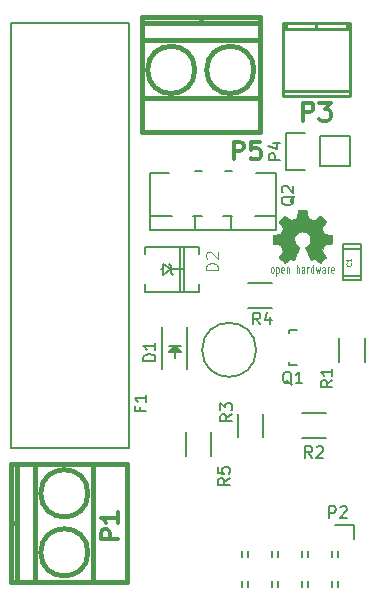
<source format=gto>
G04 #@! TF.FileFunction,Legend,Top*
%FSLAX46Y46*%
G04 Gerber Fmt 4.6, Leading zero omitted, Abs format (unit mm)*
G04 Created by KiCad (PCBNEW 4.0.1-stable) date 07.03.2016 23:08:01*
%MOMM*%
G01*
G04 APERTURE LIST*
%ADD10C,0.100000*%
%ADD11C,0.150000*%
%ADD12C,0.127000*%
%ADD13C,0.381000*%
%ADD14C,0.254000*%
%ADD15C,0.075000*%
%ADD16C,0.002540*%
%ADD17C,0.119380*%
%ADD18C,0.300000*%
%ADD19C,0.304800*%
%ADD20C,0.076200*%
G04 APERTURE END LIST*
D10*
D11*
X125350000Y-132050000D02*
X125350000Y-135650000D01*
X127450000Y-132050000D02*
X127450000Y-135650000D01*
X126700000Y-134100000D02*
X126100000Y-134100000D01*
X126100000Y-134100000D02*
X126400000Y-133800000D01*
X126400000Y-133800000D02*
X126600000Y-134000000D01*
X126600000Y-134000000D02*
X126350000Y-134000000D01*
X126350000Y-134000000D02*
X126400000Y-133950000D01*
X126900000Y-133700000D02*
X125900000Y-133700000D01*
X126400000Y-134200000D02*
X126400000Y-134700000D01*
X126400000Y-133700000D02*
X126900000Y-134200000D01*
X126900000Y-134200000D02*
X125900000Y-134200000D01*
X125900000Y-134200000D02*
X126400000Y-133700000D01*
D12*
X125438000Y-127200000D02*
X125234800Y-127200000D01*
X123914000Y-125295000D02*
X128486000Y-125295000D01*
X128486000Y-125295000D02*
X128486000Y-125930000D01*
X126860400Y-129105000D02*
X126860400Y-125295000D01*
X127190600Y-129105000D02*
X127190600Y-125295000D01*
X123914000Y-128470000D02*
X123914000Y-129105000D01*
X123914000Y-129105000D02*
X128486000Y-129105000D01*
X128486000Y-129105000D02*
X128486000Y-128470000D01*
X123914000Y-125930000D02*
X123914000Y-125295000D01*
X126073000Y-127200000D02*
X125438000Y-126725020D01*
X125438000Y-126725020D02*
X125438000Y-127200000D01*
X125438000Y-127200000D02*
X125438000Y-127674980D01*
X125438000Y-127674980D02*
X126073000Y-127200000D01*
X126073000Y-127200000D02*
X126073000Y-126882500D01*
X126073000Y-126882500D02*
X125915520Y-126725020D01*
X126073000Y-127200000D02*
X126073000Y-127517500D01*
X126073000Y-127517500D02*
X126230480Y-127674980D01*
X126073000Y-127200000D02*
X127182980Y-127200000D01*
D11*
X112550000Y-142350000D02*
X112550000Y-106350000D01*
X112550000Y-106350000D02*
X122550000Y-106350000D01*
X122550000Y-106350000D02*
X122550000Y-142350000D01*
X122550000Y-142350000D02*
X112550000Y-142350000D01*
D13*
X113050000Y-148650000D02*
X112550000Y-148650000D01*
X119050000Y-151150000D02*
G75*
G03X119050000Y-151150000I-2000000J0D01*
G01*
X119050000Y-146150000D02*
G75*
G03X119050000Y-146150000I-2000000J0D01*
G01*
X114550000Y-143650000D02*
X114550000Y-153650000D01*
X119450000Y-143650000D02*
X119450000Y-153650000D01*
X113050000Y-143650000D02*
X113050000Y-153650000D01*
X112550000Y-143650000D02*
X112550000Y-153650000D01*
X112550000Y-153650000D02*
X122350000Y-153650000D01*
X122350000Y-153650000D02*
X122350000Y-143650000D01*
X122350000Y-143650000D02*
X112550000Y-143650000D01*
D14*
X135600920Y-106799040D02*
X141199080Y-106799040D01*
X141000960Y-106301200D02*
X141000960Y-106799040D01*
X135799040Y-106799040D02*
X135799040Y-106301200D01*
X138400000Y-106301200D02*
X138400000Y-106799040D01*
X141199080Y-112100020D02*
X135600920Y-112100020D01*
X141199080Y-106301200D02*
X135600920Y-106301200D01*
X135600920Y-106301200D02*
X135600920Y-112498800D01*
X135600920Y-112498800D02*
X141199080Y-112498800D01*
X141199080Y-112498800D02*
X141199080Y-106301200D01*
D11*
X138670000Y-115930000D02*
X141210000Y-115930000D01*
X135850000Y-115650000D02*
X137400000Y-115650000D01*
X138670000Y-115930000D02*
X138670000Y-118470000D01*
X137400000Y-118750000D02*
X135850000Y-118750000D01*
X135850000Y-118750000D02*
X135850000Y-115650000D01*
X138670000Y-118470000D02*
X141210000Y-118470000D01*
X141210000Y-118470000D02*
X141210000Y-115930000D01*
D13*
X128600000Y-106300000D02*
X128600000Y-105800000D01*
X128100000Y-110300000D02*
G75*
G03X128100000Y-110300000I-2000000J0D01*
G01*
X133100000Y-110300000D02*
G75*
G03X133100000Y-110300000I-2000000J0D01*
G01*
X133600000Y-107800000D02*
X123600000Y-107800000D01*
X133600000Y-112700000D02*
X123600000Y-112700000D01*
X133600000Y-106300000D02*
X123600000Y-106300000D01*
X133600000Y-105800000D02*
X123600000Y-105800000D01*
X123600000Y-105800000D02*
X123600000Y-115600000D01*
X123600000Y-115600000D02*
X133600000Y-115600000D01*
X133600000Y-115600000D02*
X133600000Y-105800000D01*
D11*
X124266000Y-122705000D02*
X126171000Y-122705000D01*
X128711000Y-122705000D02*
X127949000Y-122705000D01*
X131124000Y-122705000D02*
X131251000Y-122705000D01*
X131124000Y-122705000D02*
X130489000Y-122705000D01*
X134934000Y-122705000D02*
X133156000Y-122705000D01*
X134934000Y-119022000D02*
X133283000Y-119022000D01*
X130616000Y-118895000D02*
X131251000Y-118895000D01*
X128076000Y-118895000D02*
X128711000Y-118895000D01*
X124266000Y-119022000D02*
X125917000Y-119022000D01*
X131124000Y-123848000D02*
X131124000Y-122705000D01*
X128076000Y-123848000D02*
X128076000Y-122705000D01*
X124266000Y-122705000D02*
X124266000Y-119022000D01*
X134934000Y-119022000D02*
X134934000Y-122705000D01*
X124266000Y-123848000D02*
X124266000Y-122705000D01*
X134934000Y-122705000D02*
X134934000Y-123848000D01*
X129600000Y-123848000D02*
X134934000Y-123848000D01*
X129600000Y-123848000D02*
X124266000Y-123848000D01*
D12*
X140650700Y-125472240D02*
X142149300Y-125472240D01*
X140650700Y-127727760D02*
X142149300Y-127727760D01*
X140638000Y-128124000D02*
X140638000Y-125076000D01*
X140638000Y-125076000D02*
X142162000Y-125076000D01*
X142162000Y-125076000D02*
X142162000Y-128124000D01*
X142162000Y-128124000D02*
X140638000Y-128124000D01*
D11*
X140325000Y-135000000D02*
X140325000Y-133000000D01*
X142475000Y-133000000D02*
X142475000Y-135000000D01*
X137200000Y-139325000D02*
X139200000Y-139325000D01*
X139200000Y-141475000D02*
X137200000Y-141475000D01*
X131725000Y-141400000D02*
X131725000Y-139400000D01*
X133875000Y-139400000D02*
X133875000Y-141400000D01*
X132600000Y-128325000D02*
X134600000Y-128325000D01*
X134600000Y-130475000D02*
X132600000Y-130475000D01*
X127325000Y-143000000D02*
X127325000Y-141000000D01*
X129475000Y-141000000D02*
X129475000Y-143000000D01*
D15*
X139360000Y-127020000D02*
X139360000Y-127480000D01*
X139450000Y-127020000D02*
X139500000Y-127020000D01*
X139400000Y-127050000D02*
X139450000Y-127020000D01*
X139380000Y-127070000D02*
X139400000Y-127050000D01*
X139360000Y-127140000D02*
X139380000Y-127070000D01*
X139800000Y-127480000D02*
X139850000Y-127450000D01*
X139700000Y-127480000D02*
X139800000Y-127480000D01*
X139660000Y-127450000D02*
X139700000Y-127480000D01*
X139640000Y-127380000D02*
X139660000Y-127450000D01*
X139640000Y-127110000D02*
X139640000Y-127380000D01*
X139670000Y-127050000D02*
X139640000Y-127110000D01*
X139710000Y-127020000D02*
X139670000Y-127050000D01*
X139810000Y-127020000D02*
X139710000Y-127020000D01*
X139850000Y-127060000D02*
X139810000Y-127020000D01*
X139870000Y-127130000D02*
X139850000Y-127060000D01*
X139870000Y-127250000D02*
X139870000Y-127130000D01*
X139870000Y-127250000D02*
X139640000Y-127250000D01*
X139120000Y-127110000D02*
X139120000Y-127480000D01*
X139090000Y-127050000D02*
X139120000Y-127110000D01*
X139050000Y-127020000D02*
X139090000Y-127050000D01*
X138950000Y-127020000D02*
X139050000Y-127020000D01*
X138900000Y-127050000D02*
X138950000Y-127020000D01*
X138960000Y-127210000D02*
X138910000Y-127240000D01*
X139080000Y-127210000D02*
X138960000Y-127210000D01*
X139120000Y-127180000D02*
X139080000Y-127210000D01*
X139070000Y-127480000D02*
X139120000Y-127440000D01*
X138950000Y-127480000D02*
X139070000Y-127480000D01*
X138900000Y-127440000D02*
X138950000Y-127480000D01*
X138880000Y-127380000D02*
X138900000Y-127440000D01*
X138880000Y-127310000D02*
X138880000Y-127380000D01*
X138910000Y-127240000D02*
X138880000Y-127310000D01*
X138330000Y-127020000D02*
X138430000Y-127480000D01*
X138430000Y-127480000D02*
X138520000Y-127140000D01*
X138520000Y-127140000D02*
X138620000Y-127480000D01*
X138620000Y-127480000D02*
X138720000Y-127020000D01*
X138140000Y-127450000D02*
X138100000Y-127480000D01*
X138100000Y-127480000D02*
X137990000Y-127480000D01*
X137990000Y-127480000D02*
X137950000Y-127450000D01*
X137950000Y-127450000D02*
X137930000Y-127420000D01*
X137930000Y-127420000D02*
X137900000Y-127350000D01*
X137900000Y-127350000D02*
X137900000Y-127150000D01*
X137900000Y-127150000D02*
X137930000Y-127080000D01*
X137930000Y-127080000D02*
X137950000Y-127050000D01*
X137950000Y-127050000D02*
X138010000Y-127010000D01*
X138010000Y-127010000D02*
X138080000Y-127010000D01*
X138080000Y-127010000D02*
X138140000Y-127050000D01*
X138140000Y-126780000D02*
X138140000Y-127480000D01*
X137620000Y-127140000D02*
X137640000Y-127070000D01*
X137640000Y-127070000D02*
X137660000Y-127050000D01*
X137660000Y-127050000D02*
X137710000Y-127020000D01*
X137710000Y-127020000D02*
X137760000Y-127020000D01*
X137620000Y-127020000D02*
X137620000Y-127480000D01*
X137170000Y-127240000D02*
X137140000Y-127310000D01*
X137140000Y-127310000D02*
X137140000Y-127380000D01*
X137140000Y-127380000D02*
X137160000Y-127440000D01*
X137160000Y-127440000D02*
X137210000Y-127480000D01*
X137210000Y-127480000D02*
X137330000Y-127480000D01*
X137330000Y-127480000D02*
X137380000Y-127440000D01*
X137380000Y-127180000D02*
X137340000Y-127210000D01*
X137340000Y-127210000D02*
X137220000Y-127210000D01*
X137220000Y-127210000D02*
X137170000Y-127240000D01*
X137160000Y-127050000D02*
X137210000Y-127020000D01*
X137210000Y-127020000D02*
X137310000Y-127020000D01*
X137310000Y-127020000D02*
X137350000Y-127050000D01*
X137350000Y-127050000D02*
X137380000Y-127110000D01*
X137380000Y-127110000D02*
X137380000Y-127480000D01*
X136710000Y-127090000D02*
X136730000Y-127050000D01*
X136730000Y-127050000D02*
X136780000Y-127020000D01*
X136780000Y-127020000D02*
X136860000Y-127020000D01*
X136860000Y-127020000D02*
X136900000Y-127050000D01*
X136900000Y-127050000D02*
X136920000Y-127110000D01*
X136920000Y-127110000D02*
X136920000Y-127480000D01*
X136710000Y-126780000D02*
X136710000Y-127480000D01*
X135660000Y-127250000D02*
X135430000Y-127250000D01*
X135880000Y-127080000D02*
X135900000Y-127050000D01*
X135900000Y-127050000D02*
X135940000Y-127020000D01*
X135940000Y-127020000D02*
X136030000Y-127020000D01*
X136030000Y-127020000D02*
X136070000Y-127050000D01*
X136070000Y-127050000D02*
X136090000Y-127110000D01*
X136090000Y-127110000D02*
X136090000Y-127480000D01*
X135880000Y-127020000D02*
X135880000Y-127480000D01*
X135660000Y-127250000D02*
X135660000Y-127130000D01*
X135660000Y-127130000D02*
X135640000Y-127060000D01*
X135640000Y-127060000D02*
X135600000Y-127020000D01*
X135600000Y-127020000D02*
X135500000Y-127020000D01*
X135500000Y-127020000D02*
X135460000Y-127050000D01*
X135460000Y-127050000D02*
X135430000Y-127110000D01*
X135430000Y-127110000D02*
X135430000Y-127380000D01*
X135430000Y-127380000D02*
X135450000Y-127450000D01*
X135450000Y-127450000D02*
X135490000Y-127480000D01*
X135490000Y-127480000D02*
X135590000Y-127480000D01*
X135590000Y-127480000D02*
X135640000Y-127450000D01*
X135000000Y-127050000D02*
X135040000Y-127020000D01*
X135040000Y-127020000D02*
X135140000Y-127020000D01*
X135140000Y-127020000D02*
X135180000Y-127050000D01*
X135180000Y-127050000D02*
X135210000Y-127080000D01*
X135210000Y-127080000D02*
X135230000Y-127140000D01*
X135230000Y-127140000D02*
X135230000Y-127360000D01*
X135230000Y-127360000D02*
X135210000Y-127420000D01*
X135210000Y-127420000D02*
X135190000Y-127450000D01*
X135190000Y-127450000D02*
X135150000Y-127480000D01*
X135150000Y-127480000D02*
X135050000Y-127480000D01*
X135050000Y-127480000D02*
X135000000Y-127450000D01*
X135000000Y-127720000D02*
X135000000Y-127020000D01*
X134690000Y-127020000D02*
X134610000Y-127020000D01*
X134610000Y-127020000D02*
X134570000Y-127050000D01*
X134570000Y-127050000D02*
X134550000Y-127080000D01*
X134550000Y-127080000D02*
X134520000Y-127150000D01*
X134610000Y-127480000D02*
X134690000Y-127480000D01*
X134690000Y-127480000D02*
X134740000Y-127450000D01*
X134740000Y-127450000D02*
X134760000Y-127420000D01*
X134760000Y-127420000D02*
X134780000Y-127350000D01*
X134780000Y-127350000D02*
X134780000Y-127150000D01*
X134780000Y-127150000D02*
X134760000Y-127090000D01*
X134760000Y-127090000D02*
X134740000Y-127060000D01*
X134740000Y-127060000D02*
X134690000Y-127020000D01*
X134520000Y-127150000D02*
X134520000Y-127350000D01*
X134520000Y-127350000D02*
X134540000Y-127410000D01*
X134540000Y-127410000D02*
X134560000Y-127440000D01*
X134560000Y-127440000D02*
X134610000Y-127480000D01*
D16*
G36*
X135686160Y-126645360D02*
X135711560Y-126630120D01*
X135769980Y-126594560D01*
X135853800Y-126538680D01*
X135952860Y-126472640D01*
X136051920Y-126406600D01*
X136133200Y-126353260D01*
X136189080Y-126315160D01*
X136214480Y-126302460D01*
X136227180Y-126307540D01*
X136272900Y-126330400D01*
X136341480Y-126365960D01*
X136382120Y-126386280D01*
X136443080Y-126411680D01*
X136476100Y-126419300D01*
X136481180Y-126409140D01*
X136504040Y-126360880D01*
X136539600Y-126279600D01*
X136585320Y-126170380D01*
X136641200Y-126043380D01*
X136697080Y-125908760D01*
X136755500Y-125769060D01*
X136811380Y-125634440D01*
X136859640Y-125515060D01*
X136900280Y-125418540D01*
X136925680Y-125349960D01*
X136935840Y-125322020D01*
X136933300Y-125314400D01*
X136900280Y-125283920D01*
X136846940Y-125243280D01*
X136727560Y-125146760D01*
X136610720Y-125001980D01*
X136539600Y-124836880D01*
X136516740Y-124651460D01*
X136537060Y-124481280D01*
X136603100Y-124318720D01*
X136717400Y-124171400D01*
X136857100Y-124062180D01*
X137019660Y-123993600D01*
X137200000Y-123970740D01*
X137372720Y-123991060D01*
X137540360Y-124057100D01*
X137687680Y-124168860D01*
X137751180Y-124239980D01*
X137837540Y-124389840D01*
X137885800Y-124547320D01*
X137890880Y-124587960D01*
X137883260Y-124763220D01*
X137832460Y-124933400D01*
X137738480Y-125083260D01*
X137608940Y-125207720D01*
X137593700Y-125217880D01*
X137535280Y-125263600D01*
X137494640Y-125294080D01*
X137464160Y-125319480D01*
X137687680Y-125857960D01*
X137723240Y-125941780D01*
X137784200Y-126089100D01*
X137837540Y-126216100D01*
X137880720Y-126317700D01*
X137911200Y-126383740D01*
X137923900Y-126411680D01*
X137923900Y-126414220D01*
X137944220Y-126416760D01*
X137984860Y-126401520D01*
X138061060Y-126365960D01*
X138109320Y-126340560D01*
X138167740Y-126312620D01*
X138193140Y-126302460D01*
X138216000Y-126315160D01*
X138269340Y-126350720D01*
X138350620Y-126404060D01*
X138447140Y-126467560D01*
X138538580Y-126531060D01*
X138622400Y-126586940D01*
X138683360Y-126625040D01*
X138713840Y-126642820D01*
X138718920Y-126642820D01*
X138744320Y-126627580D01*
X138792580Y-126586940D01*
X138866240Y-126518360D01*
X138970380Y-126414220D01*
X138985620Y-126398980D01*
X139071980Y-126312620D01*
X139140560Y-126238960D01*
X139186280Y-126188160D01*
X139204060Y-126165300D01*
X139204060Y-126165300D01*
X139188820Y-126134820D01*
X139150720Y-126073860D01*
X139094840Y-125987500D01*
X139026260Y-125888440D01*
X138848460Y-125629360D01*
X138944980Y-125385520D01*
X138975460Y-125309320D01*
X139013560Y-125220420D01*
X139041500Y-125154380D01*
X139056740Y-125126440D01*
X139082140Y-125116280D01*
X139150720Y-125101040D01*
X139247240Y-125080720D01*
X139361540Y-125060400D01*
X139473300Y-125040080D01*
X139572360Y-125019760D01*
X139643480Y-125007060D01*
X139676500Y-124999440D01*
X139684120Y-124994360D01*
X139691740Y-124979120D01*
X139694280Y-124946100D01*
X139696820Y-124885140D01*
X139699360Y-124791160D01*
X139699360Y-124651460D01*
X139699360Y-124636220D01*
X139696820Y-124506680D01*
X139694280Y-124400000D01*
X139691740Y-124333960D01*
X139686660Y-124306020D01*
X139686660Y-124306020D01*
X139656180Y-124298400D01*
X139585060Y-124283160D01*
X139486000Y-124265380D01*
X139366620Y-124242520D01*
X139359000Y-124239980D01*
X139242160Y-124217120D01*
X139143100Y-124196800D01*
X139071980Y-124181560D01*
X139044040Y-124171400D01*
X139036420Y-124163780D01*
X139013560Y-124118060D01*
X138980540Y-124044400D01*
X138939900Y-123955500D01*
X138901800Y-123861520D01*
X138868780Y-123777700D01*
X138845920Y-123716740D01*
X138838300Y-123688800D01*
X138840840Y-123686260D01*
X138858620Y-123658320D01*
X138899260Y-123597360D01*
X138955140Y-123513540D01*
X139023720Y-123411940D01*
X139028800Y-123404320D01*
X139097380Y-123305260D01*
X139153260Y-123218900D01*
X139188820Y-123160480D01*
X139204060Y-123132540D01*
X139204060Y-123130000D01*
X139181200Y-123099520D01*
X139130400Y-123043640D01*
X139056740Y-122967440D01*
X138970380Y-122878540D01*
X138942440Y-122853140D01*
X138843380Y-122756620D01*
X138777340Y-122695660D01*
X138734160Y-122662640D01*
X138713840Y-122655020D01*
X138713840Y-122655020D01*
X138683360Y-122672800D01*
X138619860Y-122713440D01*
X138536040Y-122771860D01*
X138434440Y-122840440D01*
X138426820Y-122845520D01*
X138327760Y-122914100D01*
X138243940Y-122969980D01*
X138185520Y-123010620D01*
X138157580Y-123025860D01*
X138155040Y-123025860D01*
X138114400Y-123013160D01*
X138043280Y-122987760D01*
X137954380Y-122954740D01*
X137862940Y-122916640D01*
X137779120Y-122881080D01*
X137715620Y-122853140D01*
X137685140Y-122835360D01*
X137685140Y-122835360D01*
X137674980Y-122799800D01*
X137657200Y-122723600D01*
X137636880Y-122622000D01*
X137611480Y-122500080D01*
X137608940Y-122479760D01*
X137586080Y-122360380D01*
X137568300Y-122261320D01*
X137553060Y-122192740D01*
X137545440Y-122164800D01*
X137530200Y-122162260D01*
X137471780Y-122157180D01*
X137382880Y-122154640D01*
X137273660Y-122154640D01*
X137161900Y-122154640D01*
X137052680Y-122157180D01*
X136958700Y-122159720D01*
X136890120Y-122164800D01*
X136862180Y-122169880D01*
X136862180Y-122172420D01*
X136852020Y-122210520D01*
X136834240Y-122284180D01*
X136813920Y-122388320D01*
X136791060Y-122510240D01*
X136785980Y-122533100D01*
X136763120Y-122649940D01*
X136742800Y-122749000D01*
X136730100Y-122815040D01*
X136722480Y-122842980D01*
X136709780Y-122848060D01*
X136661520Y-122868380D01*
X136582780Y-122901400D01*
X136483720Y-122942040D01*
X136255120Y-123033480D01*
X135973180Y-122842980D01*
X135947780Y-122825200D01*
X135846180Y-122756620D01*
X135764900Y-122700740D01*
X135706480Y-122662640D01*
X135683620Y-122649940D01*
X135681080Y-122649940D01*
X135653140Y-122675340D01*
X135597260Y-122728680D01*
X135521060Y-122802340D01*
X135432160Y-122888700D01*
X135368660Y-122954740D01*
X135289920Y-123033480D01*
X135241660Y-123086820D01*
X135213720Y-123119840D01*
X135206100Y-123140160D01*
X135208640Y-123155400D01*
X135226420Y-123183340D01*
X135267060Y-123244300D01*
X135325480Y-123330660D01*
X135394060Y-123429720D01*
X135449940Y-123513540D01*
X135510900Y-123607520D01*
X135549000Y-123673560D01*
X135564240Y-123706580D01*
X135559160Y-123719280D01*
X135541380Y-123775160D01*
X135505820Y-123858980D01*
X135465180Y-123958040D01*
X135366120Y-124179020D01*
X135221340Y-124206960D01*
X135132440Y-124224740D01*
X135010520Y-124247600D01*
X134891140Y-124270460D01*
X134708260Y-124306020D01*
X134700640Y-124981660D01*
X134728580Y-124994360D01*
X134756520Y-125001980D01*
X134825100Y-125017220D01*
X134921620Y-125037540D01*
X135038460Y-125057860D01*
X135134980Y-125075640D01*
X135234040Y-125095960D01*
X135305160Y-125108660D01*
X135335640Y-125116280D01*
X135345800Y-125126440D01*
X135368660Y-125174700D01*
X135404220Y-125250900D01*
X135444860Y-125342340D01*
X135482960Y-125436320D01*
X135518520Y-125525220D01*
X135541380Y-125591260D01*
X135551540Y-125624280D01*
X135538840Y-125652220D01*
X135500740Y-125710640D01*
X135447400Y-125791920D01*
X135378820Y-125890980D01*
X135312780Y-125987500D01*
X135254360Y-126071320D01*
X135216260Y-126132280D01*
X135198480Y-126160220D01*
X135208640Y-126178000D01*
X135246740Y-126226260D01*
X135320400Y-126302460D01*
X135432160Y-126411680D01*
X135449940Y-126429460D01*
X135536300Y-126513280D01*
X135609960Y-126581860D01*
X135663300Y-126627580D01*
X135686160Y-126645360D01*
X135686160Y-126645360D01*
G37*
X135686160Y-126645360D02*
X135711560Y-126630120D01*
X135769980Y-126594560D01*
X135853800Y-126538680D01*
X135952860Y-126472640D01*
X136051920Y-126406600D01*
X136133200Y-126353260D01*
X136189080Y-126315160D01*
X136214480Y-126302460D01*
X136227180Y-126307540D01*
X136272900Y-126330400D01*
X136341480Y-126365960D01*
X136382120Y-126386280D01*
X136443080Y-126411680D01*
X136476100Y-126419300D01*
X136481180Y-126409140D01*
X136504040Y-126360880D01*
X136539600Y-126279600D01*
X136585320Y-126170380D01*
X136641200Y-126043380D01*
X136697080Y-125908760D01*
X136755500Y-125769060D01*
X136811380Y-125634440D01*
X136859640Y-125515060D01*
X136900280Y-125418540D01*
X136925680Y-125349960D01*
X136935840Y-125322020D01*
X136933300Y-125314400D01*
X136900280Y-125283920D01*
X136846940Y-125243280D01*
X136727560Y-125146760D01*
X136610720Y-125001980D01*
X136539600Y-124836880D01*
X136516740Y-124651460D01*
X136537060Y-124481280D01*
X136603100Y-124318720D01*
X136717400Y-124171400D01*
X136857100Y-124062180D01*
X137019660Y-123993600D01*
X137200000Y-123970740D01*
X137372720Y-123991060D01*
X137540360Y-124057100D01*
X137687680Y-124168860D01*
X137751180Y-124239980D01*
X137837540Y-124389840D01*
X137885800Y-124547320D01*
X137890880Y-124587960D01*
X137883260Y-124763220D01*
X137832460Y-124933400D01*
X137738480Y-125083260D01*
X137608940Y-125207720D01*
X137593700Y-125217880D01*
X137535280Y-125263600D01*
X137494640Y-125294080D01*
X137464160Y-125319480D01*
X137687680Y-125857960D01*
X137723240Y-125941780D01*
X137784200Y-126089100D01*
X137837540Y-126216100D01*
X137880720Y-126317700D01*
X137911200Y-126383740D01*
X137923900Y-126411680D01*
X137923900Y-126414220D01*
X137944220Y-126416760D01*
X137984860Y-126401520D01*
X138061060Y-126365960D01*
X138109320Y-126340560D01*
X138167740Y-126312620D01*
X138193140Y-126302460D01*
X138216000Y-126315160D01*
X138269340Y-126350720D01*
X138350620Y-126404060D01*
X138447140Y-126467560D01*
X138538580Y-126531060D01*
X138622400Y-126586940D01*
X138683360Y-126625040D01*
X138713840Y-126642820D01*
X138718920Y-126642820D01*
X138744320Y-126627580D01*
X138792580Y-126586940D01*
X138866240Y-126518360D01*
X138970380Y-126414220D01*
X138985620Y-126398980D01*
X139071980Y-126312620D01*
X139140560Y-126238960D01*
X139186280Y-126188160D01*
X139204060Y-126165300D01*
X139204060Y-126165300D01*
X139188820Y-126134820D01*
X139150720Y-126073860D01*
X139094840Y-125987500D01*
X139026260Y-125888440D01*
X138848460Y-125629360D01*
X138944980Y-125385520D01*
X138975460Y-125309320D01*
X139013560Y-125220420D01*
X139041500Y-125154380D01*
X139056740Y-125126440D01*
X139082140Y-125116280D01*
X139150720Y-125101040D01*
X139247240Y-125080720D01*
X139361540Y-125060400D01*
X139473300Y-125040080D01*
X139572360Y-125019760D01*
X139643480Y-125007060D01*
X139676500Y-124999440D01*
X139684120Y-124994360D01*
X139691740Y-124979120D01*
X139694280Y-124946100D01*
X139696820Y-124885140D01*
X139699360Y-124791160D01*
X139699360Y-124651460D01*
X139699360Y-124636220D01*
X139696820Y-124506680D01*
X139694280Y-124400000D01*
X139691740Y-124333960D01*
X139686660Y-124306020D01*
X139686660Y-124306020D01*
X139656180Y-124298400D01*
X139585060Y-124283160D01*
X139486000Y-124265380D01*
X139366620Y-124242520D01*
X139359000Y-124239980D01*
X139242160Y-124217120D01*
X139143100Y-124196800D01*
X139071980Y-124181560D01*
X139044040Y-124171400D01*
X139036420Y-124163780D01*
X139013560Y-124118060D01*
X138980540Y-124044400D01*
X138939900Y-123955500D01*
X138901800Y-123861520D01*
X138868780Y-123777700D01*
X138845920Y-123716740D01*
X138838300Y-123688800D01*
X138840840Y-123686260D01*
X138858620Y-123658320D01*
X138899260Y-123597360D01*
X138955140Y-123513540D01*
X139023720Y-123411940D01*
X139028800Y-123404320D01*
X139097380Y-123305260D01*
X139153260Y-123218900D01*
X139188820Y-123160480D01*
X139204060Y-123132540D01*
X139204060Y-123130000D01*
X139181200Y-123099520D01*
X139130400Y-123043640D01*
X139056740Y-122967440D01*
X138970380Y-122878540D01*
X138942440Y-122853140D01*
X138843380Y-122756620D01*
X138777340Y-122695660D01*
X138734160Y-122662640D01*
X138713840Y-122655020D01*
X138713840Y-122655020D01*
X138683360Y-122672800D01*
X138619860Y-122713440D01*
X138536040Y-122771860D01*
X138434440Y-122840440D01*
X138426820Y-122845520D01*
X138327760Y-122914100D01*
X138243940Y-122969980D01*
X138185520Y-123010620D01*
X138157580Y-123025860D01*
X138155040Y-123025860D01*
X138114400Y-123013160D01*
X138043280Y-122987760D01*
X137954380Y-122954740D01*
X137862940Y-122916640D01*
X137779120Y-122881080D01*
X137715620Y-122853140D01*
X137685140Y-122835360D01*
X137685140Y-122835360D01*
X137674980Y-122799800D01*
X137657200Y-122723600D01*
X137636880Y-122622000D01*
X137611480Y-122500080D01*
X137608940Y-122479760D01*
X137586080Y-122360380D01*
X137568300Y-122261320D01*
X137553060Y-122192740D01*
X137545440Y-122164800D01*
X137530200Y-122162260D01*
X137471780Y-122157180D01*
X137382880Y-122154640D01*
X137273660Y-122154640D01*
X137161900Y-122154640D01*
X137052680Y-122157180D01*
X136958700Y-122159720D01*
X136890120Y-122164800D01*
X136862180Y-122169880D01*
X136862180Y-122172420D01*
X136852020Y-122210520D01*
X136834240Y-122284180D01*
X136813920Y-122388320D01*
X136791060Y-122510240D01*
X136785980Y-122533100D01*
X136763120Y-122649940D01*
X136742800Y-122749000D01*
X136730100Y-122815040D01*
X136722480Y-122842980D01*
X136709780Y-122848060D01*
X136661520Y-122868380D01*
X136582780Y-122901400D01*
X136483720Y-122942040D01*
X136255120Y-123033480D01*
X135973180Y-122842980D01*
X135947780Y-122825200D01*
X135846180Y-122756620D01*
X135764900Y-122700740D01*
X135706480Y-122662640D01*
X135683620Y-122649940D01*
X135681080Y-122649940D01*
X135653140Y-122675340D01*
X135597260Y-122728680D01*
X135521060Y-122802340D01*
X135432160Y-122888700D01*
X135368660Y-122954740D01*
X135289920Y-123033480D01*
X135241660Y-123086820D01*
X135213720Y-123119840D01*
X135206100Y-123140160D01*
X135208640Y-123155400D01*
X135226420Y-123183340D01*
X135267060Y-123244300D01*
X135325480Y-123330660D01*
X135394060Y-123429720D01*
X135449940Y-123513540D01*
X135510900Y-123607520D01*
X135549000Y-123673560D01*
X135564240Y-123706580D01*
X135559160Y-123719280D01*
X135541380Y-123775160D01*
X135505820Y-123858980D01*
X135465180Y-123958040D01*
X135366120Y-124179020D01*
X135221340Y-124206960D01*
X135132440Y-124224740D01*
X135010520Y-124247600D01*
X134891140Y-124270460D01*
X134708260Y-124306020D01*
X134700640Y-124981660D01*
X134728580Y-124994360D01*
X134756520Y-125001980D01*
X134825100Y-125017220D01*
X134921620Y-125037540D01*
X135038460Y-125057860D01*
X135134980Y-125075640D01*
X135234040Y-125095960D01*
X135305160Y-125108660D01*
X135335640Y-125116280D01*
X135345800Y-125126440D01*
X135368660Y-125174700D01*
X135404220Y-125250900D01*
X135444860Y-125342340D01*
X135482960Y-125436320D01*
X135518520Y-125525220D01*
X135541380Y-125591260D01*
X135551540Y-125624280D01*
X135538840Y-125652220D01*
X135500740Y-125710640D01*
X135447400Y-125791920D01*
X135378820Y-125890980D01*
X135312780Y-125987500D01*
X135254360Y-126071320D01*
X135216260Y-126132280D01*
X135198480Y-126160220D01*
X135208640Y-126178000D01*
X135246740Y-126226260D01*
X135320400Y-126302460D01*
X135432160Y-126411680D01*
X135449940Y-126429460D01*
X135536300Y-126513280D01*
X135609960Y-126581860D01*
X135663300Y-126627580D01*
X135686160Y-126645360D01*
D11*
X133286000Y-134000000D02*
G75*
G03X133286000Y-134000000I-2286000J0D01*
G01*
X136049760Y-132500840D02*
X136049760Y-132549100D01*
X136750800Y-135299820D02*
X136049760Y-135299820D01*
X136049760Y-135299820D02*
X136049760Y-135050900D01*
X136049760Y-132500840D02*
X136049760Y-132300180D01*
X136049760Y-132300180D02*
X136750800Y-132300180D01*
X141550000Y-150000000D02*
X141550000Y-148850000D01*
X141550000Y-148850000D02*
X140000000Y-148850000D01*
X132126000Y-151524000D02*
X132126000Y-151016000D01*
X132634000Y-151524000D02*
X132634000Y-151016000D01*
X134666000Y-151524000D02*
X134666000Y-151016000D01*
X135174000Y-151524000D02*
X135174000Y-151016000D01*
X137206000Y-151524000D02*
X137206000Y-151016000D01*
X137714000Y-151524000D02*
X137714000Y-151016000D01*
X139746000Y-151524000D02*
X139746000Y-151016000D01*
X140254000Y-151524000D02*
X140254000Y-151016000D01*
X140254000Y-154064000D02*
X140254000Y-153556000D01*
X139746000Y-154064000D02*
X139746000Y-153556000D01*
X137714000Y-154064000D02*
X137714000Y-153556000D01*
X137206000Y-154064000D02*
X137206000Y-153556000D01*
X132126000Y-154064000D02*
X132126000Y-153556000D01*
X132634000Y-154064000D02*
X132634000Y-153556000D01*
X134666000Y-154064000D02*
X134666000Y-153556000D01*
X135174000Y-154064000D02*
X135174000Y-153556000D01*
X124752381Y-134938095D02*
X123752381Y-134938095D01*
X123752381Y-134700000D01*
X123800000Y-134557142D01*
X123895238Y-134461904D01*
X123990476Y-134414285D01*
X124180952Y-134366666D01*
X124323810Y-134366666D01*
X124514286Y-134414285D01*
X124609524Y-134461904D01*
X124704762Y-134557142D01*
X124752381Y-134700000D01*
X124752381Y-134938095D01*
X124752381Y-133414285D02*
X124752381Y-133985714D01*
X124752381Y-133700000D02*
X123752381Y-133700000D01*
X123895238Y-133795238D01*
X123990476Y-133890476D01*
X124038095Y-133985714D01*
D17*
X130052725Y-127238656D02*
X129051965Y-127238656D01*
X129051965Y-127000380D01*
X129099620Y-126857414D01*
X129194930Y-126762103D01*
X129290241Y-126714448D01*
X129480862Y-126666793D01*
X129623828Y-126666793D01*
X129814449Y-126714448D01*
X129909759Y-126762103D01*
X130005070Y-126857414D01*
X130052725Y-127000380D01*
X130052725Y-127238656D01*
X129147275Y-126285551D02*
X129099620Y-126237896D01*
X129051965Y-126142585D01*
X129051965Y-125904309D01*
X129099620Y-125808999D01*
X129147275Y-125761343D01*
X129242586Y-125713688D01*
X129337896Y-125713688D01*
X129480862Y-125761343D01*
X130052725Y-126333206D01*
X130052725Y-125713688D01*
D11*
X123478571Y-138883333D02*
X123478571Y-139216667D01*
X124002381Y-139216667D02*
X123002381Y-139216667D01*
X123002381Y-138740476D01*
X124002381Y-137835714D02*
X124002381Y-138407143D01*
X124002381Y-138121429D02*
X123002381Y-138121429D01*
X123145238Y-138216667D01*
X123240476Y-138311905D01*
X123288095Y-138407143D01*
D18*
X121628571Y-150057142D02*
X120128571Y-150057142D01*
X120128571Y-149485714D01*
X120200000Y-149342856D01*
X120271429Y-149271428D01*
X120414286Y-149199999D01*
X120628571Y-149199999D01*
X120771429Y-149271428D01*
X120842857Y-149342856D01*
X120914286Y-149485714D01*
X120914286Y-150057142D01*
X121628571Y-147771428D02*
X121628571Y-148628571D01*
X121628571Y-148199999D02*
X120128571Y-148199999D01*
X120342857Y-148342856D01*
X120485714Y-148485714D01*
X120557143Y-148628571D01*
D19*
X137275143Y-114590309D02*
X137275143Y-113066309D01*
X137855715Y-113066309D01*
X138000857Y-113138880D01*
X138073429Y-113211451D01*
X138146000Y-113356594D01*
X138146000Y-113574309D01*
X138073429Y-113719451D01*
X138000857Y-113792023D01*
X137855715Y-113864594D01*
X137275143Y-113864594D01*
X138654000Y-113066309D02*
X139597429Y-113066309D01*
X139089429Y-113646880D01*
X139307143Y-113646880D01*
X139452286Y-113719451D01*
X139524857Y-113792023D01*
X139597429Y-113937166D01*
X139597429Y-114300023D01*
X139524857Y-114445166D01*
X139452286Y-114517737D01*
X139307143Y-114590309D01*
X138871715Y-114590309D01*
X138726572Y-114517737D01*
X138654000Y-114445166D01*
D11*
X135352381Y-117938095D02*
X134352381Y-117938095D01*
X134352381Y-117557142D01*
X134400000Y-117461904D01*
X134447619Y-117414285D01*
X134542857Y-117366666D01*
X134685714Y-117366666D01*
X134780952Y-117414285D01*
X134828571Y-117461904D01*
X134876190Y-117557142D01*
X134876190Y-117938095D01*
X134685714Y-116509523D02*
X135352381Y-116509523D01*
X134304762Y-116747619D02*
X135019048Y-116985714D01*
X135019048Y-116366666D01*
D18*
X131392858Y-117878571D02*
X131392858Y-116378571D01*
X131964286Y-116378571D01*
X132107144Y-116450000D01*
X132178572Y-116521429D01*
X132250001Y-116664286D01*
X132250001Y-116878571D01*
X132178572Y-117021429D01*
X132107144Y-117092857D01*
X131964286Y-117164286D01*
X131392858Y-117164286D01*
X133607144Y-116378571D02*
X132892858Y-116378571D01*
X132821429Y-117092857D01*
X132892858Y-117021429D01*
X133035715Y-116950000D01*
X133392858Y-116950000D01*
X133535715Y-117021429D01*
X133607144Y-117092857D01*
X133678572Y-117235714D01*
X133678572Y-117592857D01*
X133607144Y-117735714D01*
X133535715Y-117807143D01*
X133392858Y-117878571D01*
X133035715Y-117878571D01*
X132892858Y-117807143D01*
X132821429Y-117735714D01*
D11*
X136547619Y-120995238D02*
X136500000Y-121090476D01*
X136404762Y-121185714D01*
X136261905Y-121328571D01*
X136214286Y-121423810D01*
X136214286Y-121519048D01*
X136452381Y-121471429D02*
X136404762Y-121566667D01*
X136309524Y-121661905D01*
X136119048Y-121709524D01*
X135785714Y-121709524D01*
X135595238Y-121661905D01*
X135500000Y-121566667D01*
X135452381Y-121471429D01*
X135452381Y-121280952D01*
X135500000Y-121185714D01*
X135595238Y-121090476D01*
X135785714Y-121042857D01*
X136119048Y-121042857D01*
X136309524Y-121090476D01*
X136404762Y-121185714D01*
X136452381Y-121280952D01*
X136452381Y-121471429D01*
X135547619Y-120661905D02*
X135500000Y-120614286D01*
X135452381Y-120519048D01*
X135452381Y-120280952D01*
X135500000Y-120185714D01*
X135547619Y-120138095D01*
X135642857Y-120090476D01*
X135738095Y-120090476D01*
X135880952Y-120138095D01*
X136452381Y-120709524D01*
X136452381Y-120090476D01*
D20*
X141282071Y-126663499D02*
X141300214Y-126681642D01*
X141318357Y-126736071D01*
X141318357Y-126772357D01*
X141300214Y-126826785D01*
X141263929Y-126863071D01*
X141227643Y-126881214D01*
X141155071Y-126899357D01*
X141100643Y-126899357D01*
X141028071Y-126881214D01*
X140991786Y-126863071D01*
X140955500Y-126826785D01*
X140937357Y-126772357D01*
X140937357Y-126736071D01*
X140955500Y-126681642D01*
X140973643Y-126663499D01*
X141318357Y-126300642D02*
X141318357Y-126518357D01*
X141318357Y-126409499D02*
X140937357Y-126409499D01*
X140991786Y-126445785D01*
X141028071Y-126482071D01*
X141046214Y-126518357D01*
D11*
X139752381Y-136566666D02*
X139276190Y-136900000D01*
X139752381Y-137138095D02*
X138752381Y-137138095D01*
X138752381Y-136757142D01*
X138800000Y-136661904D01*
X138847619Y-136614285D01*
X138942857Y-136566666D01*
X139085714Y-136566666D01*
X139180952Y-136614285D01*
X139228571Y-136661904D01*
X139276190Y-136757142D01*
X139276190Y-137138095D01*
X139752381Y-135614285D02*
X139752381Y-136185714D01*
X139752381Y-135900000D02*
X138752381Y-135900000D01*
X138895238Y-135995238D01*
X138990476Y-136090476D01*
X139038095Y-136185714D01*
X138033334Y-143152381D02*
X137700000Y-142676190D01*
X137461905Y-143152381D02*
X137461905Y-142152381D01*
X137842858Y-142152381D01*
X137938096Y-142200000D01*
X137985715Y-142247619D01*
X138033334Y-142342857D01*
X138033334Y-142485714D01*
X137985715Y-142580952D01*
X137938096Y-142628571D01*
X137842858Y-142676190D01*
X137461905Y-142676190D01*
X138414286Y-142247619D02*
X138461905Y-142200000D01*
X138557143Y-142152381D01*
X138795239Y-142152381D01*
X138890477Y-142200000D01*
X138938096Y-142247619D01*
X138985715Y-142342857D01*
X138985715Y-142438095D01*
X138938096Y-142580952D01*
X138366667Y-143152381D01*
X138985715Y-143152381D01*
X131252381Y-139466666D02*
X130776190Y-139800000D01*
X131252381Y-140038095D02*
X130252381Y-140038095D01*
X130252381Y-139657142D01*
X130300000Y-139561904D01*
X130347619Y-139514285D01*
X130442857Y-139466666D01*
X130585714Y-139466666D01*
X130680952Y-139514285D01*
X130728571Y-139561904D01*
X130776190Y-139657142D01*
X130776190Y-140038095D01*
X130252381Y-139133333D02*
X130252381Y-138514285D01*
X130633333Y-138847619D01*
X130633333Y-138704761D01*
X130680952Y-138609523D01*
X130728571Y-138561904D01*
X130823810Y-138514285D01*
X131061905Y-138514285D01*
X131157143Y-138561904D01*
X131204762Y-138609523D01*
X131252381Y-138704761D01*
X131252381Y-138990476D01*
X131204762Y-139085714D01*
X131157143Y-139133333D01*
X133633334Y-131852381D02*
X133300000Y-131376190D01*
X133061905Y-131852381D02*
X133061905Y-130852381D01*
X133442858Y-130852381D01*
X133538096Y-130900000D01*
X133585715Y-130947619D01*
X133633334Y-131042857D01*
X133633334Y-131185714D01*
X133585715Y-131280952D01*
X133538096Y-131328571D01*
X133442858Y-131376190D01*
X133061905Y-131376190D01*
X134490477Y-131185714D02*
X134490477Y-131852381D01*
X134252381Y-130804762D02*
X134014286Y-131519048D01*
X134633334Y-131519048D01*
X131052381Y-144866666D02*
X130576190Y-145200000D01*
X131052381Y-145438095D02*
X130052381Y-145438095D01*
X130052381Y-145057142D01*
X130100000Y-144961904D01*
X130147619Y-144914285D01*
X130242857Y-144866666D01*
X130385714Y-144866666D01*
X130480952Y-144914285D01*
X130528571Y-144961904D01*
X130576190Y-145057142D01*
X130576190Y-145438095D01*
X130052381Y-143961904D02*
X130052381Y-144438095D01*
X130528571Y-144485714D01*
X130480952Y-144438095D01*
X130433333Y-144342857D01*
X130433333Y-144104761D01*
X130480952Y-144009523D01*
X130528571Y-143961904D01*
X130623810Y-143914285D01*
X130861905Y-143914285D01*
X130957143Y-143961904D01*
X131004762Y-144009523D01*
X131052381Y-144104761D01*
X131052381Y-144342857D01*
X131004762Y-144438095D01*
X130957143Y-144485714D01*
X136304762Y-136947619D02*
X136209524Y-136900000D01*
X136114286Y-136804762D01*
X135971429Y-136661905D01*
X135876190Y-136614286D01*
X135780952Y-136614286D01*
X135828571Y-136852381D02*
X135733333Y-136804762D01*
X135638095Y-136709524D01*
X135590476Y-136519048D01*
X135590476Y-136185714D01*
X135638095Y-135995238D01*
X135733333Y-135900000D01*
X135828571Y-135852381D01*
X136019048Y-135852381D01*
X136114286Y-135900000D01*
X136209524Y-135995238D01*
X136257143Y-136185714D01*
X136257143Y-136519048D01*
X136209524Y-136709524D01*
X136114286Y-136804762D01*
X136019048Y-136852381D01*
X135828571Y-136852381D01*
X137209524Y-136852381D02*
X136638095Y-136852381D01*
X136923809Y-136852381D02*
X136923809Y-135852381D01*
X136828571Y-135995238D01*
X136733333Y-136090476D01*
X136638095Y-136138095D01*
X139461905Y-148252381D02*
X139461905Y-147252381D01*
X139842858Y-147252381D01*
X139938096Y-147300000D01*
X139985715Y-147347619D01*
X140033334Y-147442857D01*
X140033334Y-147585714D01*
X139985715Y-147680952D01*
X139938096Y-147728571D01*
X139842858Y-147776190D01*
X139461905Y-147776190D01*
X140414286Y-147347619D02*
X140461905Y-147300000D01*
X140557143Y-147252381D01*
X140795239Y-147252381D01*
X140890477Y-147300000D01*
X140938096Y-147347619D01*
X140985715Y-147442857D01*
X140985715Y-147538095D01*
X140938096Y-147680952D01*
X140366667Y-148252381D01*
X140985715Y-148252381D01*
M02*

</source>
